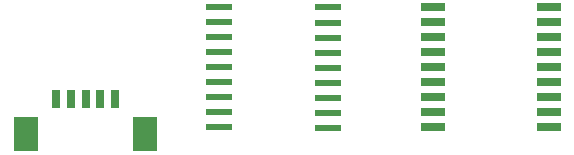
<source format=gtp>
G75*
%MOIN*%
%OFA0B0*%
%FSLAX24Y24*%
%IPPOS*%
%LPD*%
%AMOC8*
5,1,8,0,0,1.08239X$1,22.5*
%
%ADD10R,0.0800X0.0260*%
%ADD11R,0.0866X0.0236*%
%ADD12R,0.0315X0.0630*%
%ADD13R,0.0827X0.1181*%
D10*
X018750Y001180D03*
X018750Y001680D03*
X018750Y002180D03*
X018750Y002680D03*
X018750Y003180D03*
X018750Y003680D03*
X018750Y004180D03*
X018750Y004680D03*
X018750Y005180D03*
X022610Y005180D03*
X022610Y004680D03*
X022610Y004180D03*
X022610Y003680D03*
X022610Y003180D03*
X022610Y002680D03*
X022610Y002180D03*
X022610Y001680D03*
X022610Y001180D03*
D11*
X015241Y001156D03*
X015241Y001656D03*
X015241Y002156D03*
X015241Y002656D03*
X015241Y003156D03*
X015241Y003656D03*
X015241Y004156D03*
X015241Y004668D03*
X015241Y005180D03*
X011619Y005180D03*
X011619Y004680D03*
X011619Y004180D03*
X011619Y003680D03*
X011619Y003180D03*
X011619Y002680D03*
X011619Y002180D03*
X011619Y001680D03*
X011619Y001180D03*
D12*
X008164Y002113D03*
X007672Y002113D03*
X007180Y002113D03*
X006688Y002113D03*
X006196Y002113D03*
D13*
X005192Y000971D03*
X009168Y000971D03*
M02*

</source>
